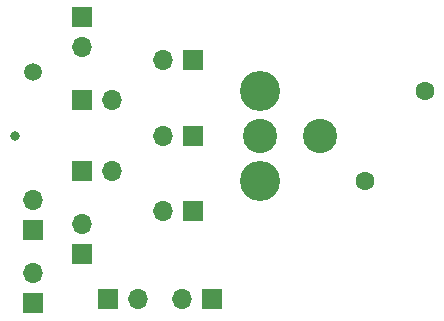
<source format=gbr>
%TF.GenerationSoftware,KiCad,Pcbnew,9.0.0*%
%TF.CreationDate,2025-03-06T01:46:26+08:00*%
%TF.ProjectId,HighDRMic_EVB,48696768-4452-44d6-9963-5f4556422e6b,rev?*%
%TF.SameCoordinates,Original*%
%TF.FileFunction,Soldermask,Bot*%
%TF.FilePolarity,Negative*%
%FSLAX46Y46*%
G04 Gerber Fmt 4.6, Leading zero omitted, Abs format (unit mm)*
G04 Created by KiCad (PCBNEW 9.0.0) date 2025-03-06 01:46:26*
%MOMM*%
%LPD*%
G01*
G04 APERTURE LIST*
%ADD10R,1.700000X1.700000*%
%ADD11O,1.700000X1.700000*%
%ADD12C,1.600000*%
%ADD13C,3.400000*%
%ADD14C,2.900000*%
%ADD15C,0.800000*%
%ADD16C,1.500000*%
G04 APERTURE END LIST*
D10*
%TO.C,J9*%
X172940000Y-113800000D03*
D11*
X170400000Y-113800000D03*
%TD*%
D12*
%TO.C,XLR1*%
X185890000Y-103810000D03*
X190970000Y-96190000D03*
D13*
X177000000Y-103810000D03*
X177000000Y-96190000D03*
D14*
X177000000Y-100000000D03*
X182080000Y-100000000D03*
%TD*%
D15*
%TO.C,MK1*%
X156320000Y-100000000D03*
%TD*%
D10*
%TO.C,J7*%
X171400000Y-106400000D03*
D11*
X168860000Y-106400000D03*
%TD*%
D10*
%TO.C,J11*%
X157800000Y-114200000D03*
D11*
X157800000Y-111660000D03*
%TD*%
D10*
%TO.C,J6*%
X171400000Y-93600000D03*
D11*
X168860000Y-93600000D03*
%TD*%
D10*
%TO.C,J2*%
X162000000Y-110000000D03*
D11*
X162000000Y-107460000D03*
%TD*%
D10*
%TO.C,J4*%
X162000000Y-103000000D03*
D11*
X164540000Y-103000000D03*
%TD*%
D16*
%TO.C,TP1*%
X157800000Y-94600000D03*
%TD*%
D10*
%TO.C,J10*%
X164200000Y-113800000D03*
D11*
X166740000Y-113800000D03*
%TD*%
D10*
%TO.C,J5*%
X162000000Y-97000000D03*
D11*
X164540000Y-97000000D03*
%TD*%
D10*
%TO.C,J3*%
X162000000Y-90000000D03*
D11*
X162000000Y-92540000D03*
%TD*%
D10*
%TO.C,J8*%
X171400000Y-100000000D03*
D11*
X168860000Y-100000000D03*
%TD*%
D10*
%TO.C,J1*%
X157800000Y-108000000D03*
D11*
X157800000Y-105460000D03*
%TD*%
M02*

</source>
